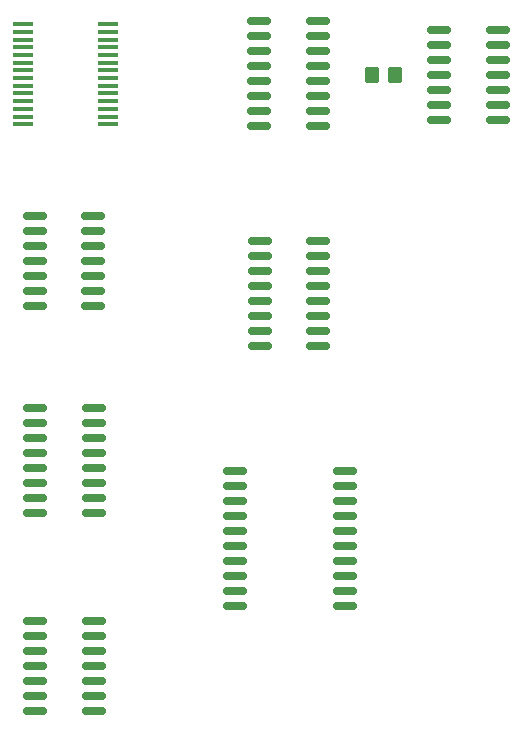
<source format=gbr>
%TF.GenerationSoftware,KiCad,Pcbnew,9.0.0*%
%TF.CreationDate,2025-05-12T21:33:30-05:00*%
%TF.ProjectId,Model I RS232,4d6f6465-6c20-4492-9052-533233322e6b,2.1*%
%TF.SameCoordinates,Original*%
%TF.FileFunction,Paste,Top*%
%TF.FilePolarity,Positive*%
%FSLAX46Y46*%
G04 Gerber Fmt 4.6, Leading zero omitted, Abs format (unit mm)*
G04 Created by KiCad (PCBNEW 9.0.0) date 2025-05-12 21:33:30*
%MOMM*%
%LPD*%
G01*
G04 APERTURE LIST*
G04 Aperture macros list*
%AMRoundRect*
0 Rectangle with rounded corners*
0 $1 Rounding radius*
0 $2 $3 $4 $5 $6 $7 $8 $9 X,Y pos of 4 corners*
0 Add a 4 corners polygon primitive as box body*
4,1,4,$2,$3,$4,$5,$6,$7,$8,$9,$2,$3,0*
0 Add four circle primitives for the rounded corners*
1,1,$1+$1,$2,$3*
1,1,$1+$1,$4,$5*
1,1,$1+$1,$6,$7*
1,1,$1+$1,$8,$9*
0 Add four rect primitives between the rounded corners*
20,1,$1+$1,$2,$3,$4,$5,0*
20,1,$1+$1,$4,$5,$6,$7,0*
20,1,$1+$1,$6,$7,$8,$9,0*
20,1,$1+$1,$8,$9,$2,$3,0*%
G04 Aperture macros list end*
%ADD10RoundRect,0.150000X-0.825000X-0.150000X0.825000X-0.150000X0.825000X0.150000X-0.825000X0.150000X0*%
%ADD11RoundRect,0.150000X-0.875000X-0.150000X0.875000X-0.150000X0.875000X0.150000X-0.875000X0.150000X0*%
%ADD12R,1.750000X0.450000*%
%ADD13RoundRect,0.250000X-0.350000X-0.450000X0.350000X-0.450000X0.350000X0.450000X-0.350000X0.450000X0*%
G04 APERTURE END LIST*
D10*
%TO.C,U10*%
X132625000Y-81940000D03*
X132625000Y-83210000D03*
X132625000Y-84480000D03*
X132625000Y-85750000D03*
X132625000Y-87020000D03*
X132625000Y-88290000D03*
X132625000Y-89560000D03*
X137575000Y-89560000D03*
X137575000Y-88290000D03*
X137575000Y-87020000D03*
X137575000Y-85750000D03*
X137575000Y-84480000D03*
X137575000Y-83210000D03*
X137575000Y-81940000D03*
%TD*%
%TO.C,U4*%
X98375000Y-97690000D03*
X98375000Y-98960000D03*
X98375000Y-100230000D03*
X98375000Y-101500000D03*
X98375000Y-102770000D03*
X98375000Y-104040000D03*
X98375000Y-105310000D03*
X103325000Y-105310000D03*
X103325000Y-104040000D03*
X103325000Y-102770000D03*
X103325000Y-101500000D03*
X103325000Y-100230000D03*
X103325000Y-98960000D03*
X103325000Y-97690000D03*
%TD*%
D11*
%TO.C,U6*%
X115300000Y-119320000D03*
X115300000Y-120590000D03*
X115300000Y-121860000D03*
X115300000Y-123130000D03*
X115300000Y-124400000D03*
X115300000Y-125670000D03*
X115300000Y-126940000D03*
X115300000Y-128210000D03*
X115300000Y-129480000D03*
X115300000Y-130750000D03*
X124600000Y-130750000D03*
X124600000Y-129480000D03*
X124600000Y-128210000D03*
X124600000Y-126940000D03*
X124600000Y-125670000D03*
X124600000Y-124400000D03*
X124600000Y-123130000D03*
X124600000Y-121860000D03*
X124600000Y-120590000D03*
X124600000Y-119320000D03*
%TD*%
D12*
%TO.C,U9*%
X97350000Y-81475000D03*
X97350000Y-82125000D03*
X97350000Y-82775000D03*
X97350000Y-83425000D03*
X97350000Y-84075000D03*
X97350000Y-84725000D03*
X97350000Y-85375000D03*
X97350000Y-86025000D03*
X97350000Y-86675000D03*
X97350000Y-87325000D03*
X97350000Y-87975000D03*
X97350000Y-88625000D03*
X97350000Y-89275000D03*
X97350000Y-89925000D03*
X104550000Y-89925000D03*
X104550000Y-89275000D03*
X104550000Y-88625000D03*
X104550000Y-87975000D03*
X104550000Y-87325000D03*
X104550000Y-86675000D03*
X104550000Y-86025000D03*
X104550000Y-85375000D03*
X104550000Y-84725000D03*
X104550000Y-84075000D03*
X104550000Y-83425000D03*
X104550000Y-82775000D03*
X104550000Y-82125000D03*
X104550000Y-81475000D03*
%TD*%
D13*
%TO.C,R1*%
X126900000Y-85750000D03*
X128900000Y-85750000D03*
%TD*%
D10*
%TO.C,U8*%
X117425000Y-99855000D03*
X117425000Y-101125000D03*
X117425000Y-102395000D03*
X117425000Y-103665000D03*
X117425000Y-104935000D03*
X117425000Y-106205000D03*
X117425000Y-107475000D03*
X117425000Y-108745000D03*
X122375000Y-108745000D03*
X122375000Y-107475000D03*
X122375000Y-106205000D03*
X122375000Y-104935000D03*
X122375000Y-103665000D03*
X122375000Y-102395000D03*
X122375000Y-101125000D03*
X122375000Y-99855000D03*
%TD*%
%TO.C,U7*%
X117375000Y-81205000D03*
X117375000Y-82475000D03*
X117375000Y-83745000D03*
X117375000Y-85015000D03*
X117375000Y-86285000D03*
X117375000Y-87555000D03*
X117375000Y-88825000D03*
X117375000Y-90095000D03*
X122325000Y-90095000D03*
X122325000Y-88825000D03*
X122325000Y-87555000D03*
X122325000Y-86285000D03*
X122325000Y-85015000D03*
X122325000Y-83745000D03*
X122325000Y-82475000D03*
X122325000Y-81205000D03*
%TD*%
%TO.C,U3*%
X98425000Y-113960000D03*
X98425000Y-115230000D03*
X98425000Y-116500000D03*
X98425000Y-117770000D03*
X98425000Y-119040000D03*
X98425000Y-120310000D03*
X98425000Y-121580000D03*
X98425000Y-122850000D03*
X103375000Y-122850000D03*
X103375000Y-121580000D03*
X103375000Y-120310000D03*
X103375000Y-119040000D03*
X103375000Y-117770000D03*
X103375000Y-116500000D03*
X103375000Y-115230000D03*
X103375000Y-113960000D03*
%TD*%
%TO.C,U5*%
X98425000Y-131990000D03*
X98425000Y-133260000D03*
X98425000Y-134530000D03*
X98425000Y-135800000D03*
X98425000Y-137070000D03*
X98425000Y-138340000D03*
X98425000Y-139610000D03*
X103375000Y-139610000D03*
X103375000Y-138340000D03*
X103375000Y-137070000D03*
X103375000Y-135800000D03*
X103375000Y-134530000D03*
X103375000Y-133260000D03*
X103375000Y-131990000D03*
%TD*%
M02*

</source>
